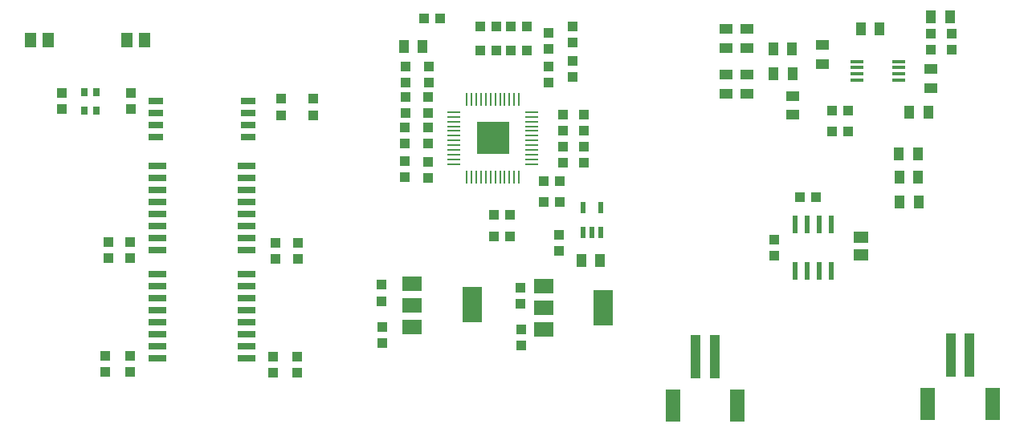
<source format=gtp>
G75*
%MOIN*%
%OFA0B0*%
%FSLAX25Y25*%
%IPPOS*%
%LPD*%
%AMOC8*
5,1,8,0,0,1.08239X$1,22.5*
%
%ADD10R,0.03937X0.04331*%
%ADD11R,0.05118X0.05906*%
%ADD12R,0.13800X0.13800*%
%ADD13R,0.05800X0.01100*%
%ADD14R,0.01100X0.05800*%
%ADD15R,0.04331X0.03937*%
%ADD16R,0.04331X0.05512*%
%ADD17R,0.05512X0.04331*%
%ADD18R,0.07900X0.05900*%
%ADD19R,0.07900X0.15000*%
%ADD20R,0.02165X0.04724*%
%ADD21R,0.02100X0.07800*%
%ADD22R,0.03937X0.18110*%
%ADD23R,0.06299X0.13386*%
%ADD24R,0.06299X0.02559*%
%ADD25R,0.07579X0.02559*%
%ADD26R,0.02756X0.03543*%
%ADD27R,0.05906X0.05118*%
%ADD28R,0.05512X0.01772*%
D10*
X0083898Y0038744D03*
X0083898Y0045437D03*
X0094135Y0045437D03*
X0094135Y0038744D03*
X0153583Y0038350D03*
X0153583Y0045043D03*
X0163426Y0045043D03*
X0163426Y0038350D03*
X0198977Y0050555D03*
X0198977Y0057248D03*
X0198662Y0068114D03*
X0198662Y0074807D03*
X0163820Y0085594D03*
X0154371Y0085594D03*
X0154371Y0092287D03*
X0163820Y0092287D03*
X0208235Y0119551D03*
X0208235Y0126244D03*
X0217865Y0126096D03*
X0217865Y0119404D03*
X0217855Y0133567D03*
X0208249Y0133567D03*
X0208249Y0140260D03*
X0208406Y0146323D03*
X0218013Y0146323D03*
X0217855Y0140260D03*
X0218013Y0153016D03*
X0218091Y0159000D03*
X0208485Y0159000D03*
X0208406Y0153016D03*
X0208485Y0165693D03*
X0218091Y0165693D03*
X0267776Y0165732D03*
X0278013Y0168094D03*
X0267776Y0172819D03*
X0267776Y0179512D03*
X0278013Y0182268D03*
X0278013Y0175575D03*
X0278013Y0161402D03*
X0267776Y0159039D03*
X0273800Y0145496D03*
X0282619Y0145496D03*
X0282619Y0138803D03*
X0273800Y0138803D03*
X0273800Y0132150D03*
X0282619Y0132150D03*
X0282619Y0125457D03*
X0273800Y0125457D03*
X0272186Y0095555D03*
X0272186Y0088862D03*
X0256339Y0073606D03*
X0256339Y0066913D03*
X0256379Y0056283D03*
X0256379Y0049591D03*
X0361654Y0086972D03*
X0361654Y0093665D03*
X0426517Y0172701D03*
X0426517Y0179394D03*
X0435178Y0179394D03*
X0435178Y0172701D03*
X0170119Y0152130D03*
X0156733Y0152130D03*
X0156733Y0145437D03*
X0170119Y0145437D03*
X0094528Y0147799D03*
X0094528Y0154492D03*
X0065788Y0154492D03*
X0065788Y0147799D03*
X0085080Y0092681D03*
X0094135Y0092681D03*
X0094135Y0085988D03*
X0085080Y0085988D03*
D11*
X0092875Y0176500D03*
X0100355Y0176500D03*
X0060355Y0176500D03*
X0052875Y0176500D03*
D12*
X0244706Y0135850D03*
D13*
X0260906Y0134850D03*
X0260906Y0132850D03*
X0260906Y0130950D03*
X0260906Y0128950D03*
X0260906Y0126950D03*
X0260906Y0125050D03*
X0260906Y0136850D03*
X0260906Y0138850D03*
X0260906Y0140750D03*
X0260906Y0142750D03*
X0260906Y0144750D03*
X0260906Y0146650D03*
X0228506Y0146650D03*
X0228506Y0144750D03*
X0228506Y0142750D03*
X0228506Y0140750D03*
X0228506Y0138850D03*
X0228506Y0136850D03*
X0228506Y0134850D03*
X0228506Y0132850D03*
X0228506Y0130950D03*
X0228506Y0128950D03*
X0228506Y0126950D03*
X0228506Y0125050D03*
D14*
X0233906Y0119650D03*
X0235806Y0119650D03*
X0237806Y0119650D03*
X0239806Y0119650D03*
X0241706Y0119650D03*
X0243706Y0119650D03*
X0245706Y0119650D03*
X0247706Y0119650D03*
X0249606Y0119650D03*
X0251606Y0119650D03*
X0253606Y0119650D03*
X0255506Y0119650D03*
X0255506Y0152050D03*
X0253606Y0152050D03*
X0251606Y0152050D03*
X0249606Y0152050D03*
X0247706Y0152050D03*
X0245706Y0152050D03*
X0243706Y0152050D03*
X0241706Y0152050D03*
X0239806Y0152050D03*
X0237806Y0152050D03*
X0235806Y0152050D03*
X0233906Y0152050D03*
D15*
X0239627Y0172307D03*
X0246320Y0172307D03*
X0252265Y0172307D03*
X0258957Y0172307D03*
X0258957Y0182307D03*
X0252265Y0182307D03*
X0246320Y0182307D03*
X0239627Y0182307D03*
X0222855Y0185654D03*
X0216162Y0185654D03*
X0265729Y0117976D03*
X0272422Y0117976D03*
X0272422Y0109433D03*
X0265729Y0109433D03*
X0251792Y0103843D03*
X0245099Y0103843D03*
X0245099Y0094945D03*
X0251792Y0094945D03*
X0372127Y0111382D03*
X0378820Y0111382D03*
X0385631Y0138646D03*
X0392324Y0138646D03*
X0392324Y0147307D03*
X0385631Y0147307D03*
D16*
X0369036Y0162543D03*
X0361162Y0162543D03*
X0361083Y0172898D03*
X0368957Y0172898D03*
X0397383Y0181283D03*
X0405257Y0181283D03*
X0426517Y0186283D03*
X0434391Y0186283D03*
X0425552Y0146500D03*
X0417678Y0146500D03*
X0421182Y0129413D03*
X0413308Y0129413D03*
X0413465Y0119571D03*
X0421339Y0119571D03*
X0421497Y0109335D03*
X0413623Y0109335D03*
X0289312Y0084827D03*
X0281438Y0084827D03*
X0215650Y0174000D03*
X0207776Y0174000D03*
D17*
X0341398Y0173291D03*
X0350060Y0173291D03*
X0350060Y0181165D03*
X0341398Y0181165D03*
X0341398Y0162268D03*
X0350060Y0162268D03*
X0350060Y0154394D03*
X0341398Y0154394D03*
X0369076Y0153409D03*
X0369076Y0145535D03*
X0381379Y0166598D03*
X0381379Y0174472D03*
X0426517Y0164630D03*
X0426517Y0156756D03*
D18*
X0265790Y0074160D03*
X0265790Y0065160D03*
X0265790Y0056160D03*
X0211262Y0057361D03*
X0211262Y0066361D03*
X0211262Y0075361D03*
D19*
X0236062Y0066461D03*
X0290590Y0065260D03*
D20*
X0289509Y0096579D03*
X0285769Y0096579D03*
X0282028Y0096579D03*
X0282028Y0106815D03*
X0289509Y0106815D03*
D21*
X0370217Y0100019D03*
X0375217Y0100019D03*
X0380217Y0100019D03*
X0385217Y0100019D03*
X0385217Y0080619D03*
X0380217Y0080619D03*
X0375217Y0080619D03*
X0370217Y0080619D03*
D22*
X0336851Y0045063D03*
X0328977Y0045063D03*
X0434725Y0045614D03*
X0442599Y0045614D03*
D23*
X0452048Y0025142D03*
X0425276Y0025142D03*
X0346300Y0024591D03*
X0319528Y0024591D03*
D24*
X0143150Y0136165D03*
X0143150Y0141165D03*
X0143150Y0146165D03*
X0143150Y0151165D03*
X0104961Y0151165D03*
X0104961Y0146165D03*
X0104961Y0141165D03*
X0104961Y0136165D03*
D25*
X0105505Y0124157D03*
X0105505Y0119157D03*
X0105505Y0114157D03*
X0105505Y0109157D03*
X0105505Y0104157D03*
X0105505Y0099157D03*
X0105505Y0094157D03*
X0105505Y0089157D03*
X0105505Y0079276D03*
X0105505Y0074276D03*
X0105505Y0069276D03*
X0105505Y0064276D03*
X0105505Y0059276D03*
X0105505Y0054276D03*
X0105505Y0049276D03*
X0105505Y0044276D03*
X0142607Y0044276D03*
X0142607Y0049276D03*
X0142607Y0054276D03*
X0142607Y0059276D03*
X0142607Y0064276D03*
X0142607Y0069276D03*
X0142607Y0074276D03*
X0142607Y0079276D03*
X0142607Y0089157D03*
X0142607Y0094157D03*
X0142607Y0099157D03*
X0142607Y0104157D03*
X0142607Y0109157D03*
X0142607Y0114157D03*
X0142607Y0119157D03*
X0142607Y0124157D03*
D26*
X0080158Y0147209D03*
X0075040Y0147209D03*
X0075040Y0155083D03*
X0080158Y0155083D03*
D27*
X0397520Y0094610D03*
X0397520Y0087130D03*
D28*
X0395808Y0160004D03*
X0395808Y0162563D03*
X0395808Y0165122D03*
X0395808Y0167681D03*
X0413131Y0167681D03*
X0413131Y0165122D03*
X0413131Y0162563D03*
X0413131Y0160004D03*
M02*

</source>
